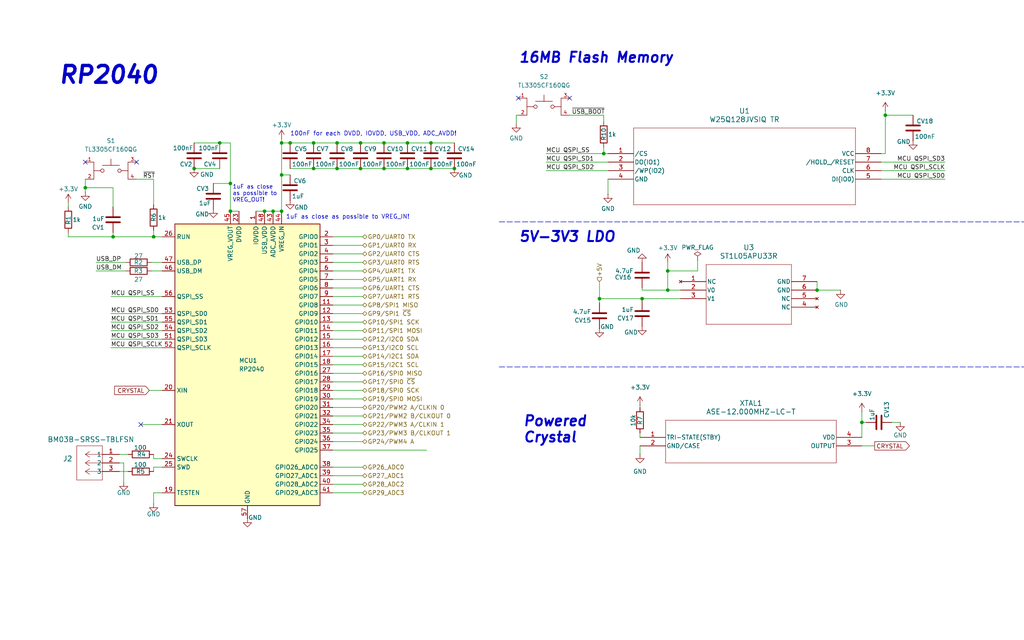
<source format=kicad_sch>
(kicad_sch (version 20231120) (generator "eeschema") (generator_version "8.0")
  (paper "User" 304.8 190.5)
  (title_block (title "RP2040 Power Design") (company "Porto Space Team") (comment 1 "Miguel Amorim"))
  (lib_symbols
    (symbol "16MB_Flash:W25Q128JVSIQ_TR" (pin_names (offset 0.254))
      (property "Reference" "U" (at 40.64 12.7 0))
      (property "Value" "W25Q128JVSIQ TR" (at 40.64 10.16 0))
      (symbol "W25Q128JVSIQ_TR_0_1"
        (polyline (pts (xy 7.62 -15.24) (xy 73.66 -15.24)) (stroke (width 0.127)))
        (polyline (pts (xy 7.62 7.62) (xy 7.62 -15.24)) (stroke (width 0.127)))
        (polyline (pts (xy 73.66 -15.24) (xy 73.66 7.62)) (stroke (width 0.127)))
        (polyline (pts (xy 73.66 7.62) (xy 7.62 7.62)) (stroke (width 0.127)))
        (pin input line (at 0 0 0) (length 7.62) (name "/CS") (number "1"))
        (pin bidirectional line (at 0 -2.54 0) (length 7.62) (name "DO(IO1)") (number "2"))
        (pin bidirectional line (at 0 -5.08 0) (length 7.62) (name "/WP(IO2)") (number "3"))
        (pin passive line (at 0 -7.62 0) (length 7.62) (name "GND") (number "4"))
        (pin bidirectional line (at 81.28 -7.62 180) (length 7.62) (name "DI(IO0)") (number "5"))
        (pin input line (at 81.28 -5.08 180) (length 7.62) (name "CLK") (number "6"))
        (pin bidirectional line (at 81.28 -2.54 180) (length 7.62) (name "/HOLD_/RESET") (number "7"))
        (pin passive line (at 81.28 0 180) (length 7.62) (name "VCC") (number "8"))
      )
    )
    (symbol "AS12MHz:ASE-12.000MHZ-LC-T" (pin_names (offset 0.254))
      (property "Reference" "XTAL" (at 33.02 10.16 0))
      (property "Value" "ASE-12.000MHZ-LC-T" (at 33.02 7.62 0))
      (symbol "ASE-12.000MHZ-LC-T_0_1"
        (polyline (pts (xy 7.62 -7.62) (xy 58.42 -7.62)) (stroke (width 0.127)))
        (polyline (pts (xy 7.62 5.08) (xy 7.62 -7.62)) (stroke (width 0.127)))
        (polyline (pts (xy 58.42 -7.62) (xy 58.42 5.08)) (stroke (width 0.127)))
        (polyline (pts (xy 58.42 5.08) (xy 7.62 5.08)) (stroke (width 0.127)))
        (pin passive line (at 0 0 0) (length 7.62) (name "TRI-STATE(STBY)") (number "1"))
        (pin passive line (at 0 -2.54 0) (length 7.62) (name "GND/CASE") (number "2"))
        (pin output line (at 66.04 -2.54 180) (length 7.62) (name "OUTPUT") (number "3"))
        (pin power_in line (at 66.04 0 180) (length 7.62) (name "VDD") (number "4"))
      )
    )
    (symbol "Device:C" (pin_numbers hide) (pin_names (offset 0.254))
      (property "Reference" "C" (at 0.635 2.54 0))
      (property "Value" "C" (at 0.635 -2.54 0))
      (symbol "C_0_1"
        (polyline (pts (xy -2.032 -0.762) (xy 2.032 -0.762)) (stroke (width 0.508)))
        (polyline (pts (xy -2.032 0.762) (xy 2.032 0.762)) (stroke (width 0.508)))
      )
      (symbol "C_1_1"
        (pin passive line (at 0 3.81 270) (length 2.794) (name "~") (number "1"))
        (pin passive line (at 0 -3.81 90) (length 2.794) (name "~") (number "2"))
      )
    )
    (symbol "Device:R" (pin_numbers hide) (pin_names (offset 0))
      (property "Reference" "R" (at 2.032 0 90))
      (property "Value" "R" (at 0 0 90))
      (symbol "R_0_1"
        (rectangle (start -1.016 -2.54) (end 1.016 2.54) (stroke (width 0.254)))
      )
      (symbol "R_1_1"
        (pin passive line (at 0 3.81 270) (length 1.27) (name "~") (number "1"))
        (pin passive line (at 0 -3.81 90) (length 1.27) (name "~") (number "2"))
      )
    )
    (symbol "LDO_ST1L05A:ST1L05APU33R" (pin_names (offset 0.254))
      (property "Reference" "U" (at 20.32 10.16 0))
      (property "Value" "ST1L05APU33R" (at 20.32 7.62 0))
      (symbol "ST1L05APU33R_0_1"
        (polyline (pts (xy 7.62 -12.7) (xy 33.02 -12.7)) (stroke (width 0.127)))
        (polyline (pts (xy 7.62 5.08) (xy 7.62 -12.7)) (stroke (width 0.127)))
        (polyline (pts (xy 33.02 -12.7) (xy 33.02 5.08)) (stroke (width 0.127)))
        (polyline (pts (xy 33.02 5.08) (xy 7.62 5.08)) (stroke (width 0.127)))
        (pin no_connect line (at 0 0 0) (length 7.62) (name "NC") (number "1"))
        (pin passive line (at 0 -2.54 0) (length 7.62) (name "V0") (number "2"))
        (pin passive line (at 0 -5.08 0) (length 7.62) (name "V1") (number "3"))
        (pin no_connect line (at 40.64 -7.62 180) (length 7.62) (name "NC") (number "4"))
        (pin no_connect line (at 40.64 -5.08 180) (length 7.62) (name "NC") (number "5"))
        (pin passive line (at 40.64 -2.54 180) (length 7.62) (name "GND") (number "6"))
        (pin passive line (at 40.64 0 180) (length 7.62) (name "GND") (number "7"))
      )
    )
    (symbol "MCU_RaspberryPi:RP2040"
      (property "Reference" "U" (at 17.78 45.72 0))
      (property "Value" "RP2040" (at 17.78 43.18 0))
      (symbol "RP2040_0_1"
        (rectangle (start -21.59 41.91) (end 21.59 -41.91) (stroke (width 0.254)) (fill (type background)))
      )
      (symbol "RP2040_1_1"
        (pin power_in line (at 2.54 45.72 270) (length 3.81) (name "IOVDD") (number "1"))
        (pin passive line (at 2.54 45.72 270) (length 3.81) hide (name "IOVDD") (number "10"))
        (pin bidirectional line (at 25.4 17.78 180) (length 3.81) (name "GPIO8") (number "11"))
        (pin bidirectional line (at 25.4 15.24 180) (length 3.81) (name "GPIO9") (number "12"))
        (pin bidirectional line (at 25.4 12.7 180) (length 3.81) (name "GPIO10") (number "13"))
        (pin bidirectional line (at 25.4 10.16 180) (length 3.81) (name "GPIO11") (number "14"))
        (pin bidirectional line (at 25.4 7.62 180) (length 3.81) (name "GPIO12") (number "15"))
        (pin bidirectional line (at 25.4 5.08 180) (length 3.81) (name "GPIO13") (number "16"))
        (pin bidirectional line (at 25.4 2.54 180) (length 3.81) (name "GPIO14") (number "17"))
        (pin bidirectional line (at 25.4 0 180) (length 3.81) (name "GPIO15") (number "18"))
        (pin input line (at -25.4 -38.1 0) (length 3.81) (name "TESTEN") (number "19"))
        (pin bidirectional line (at 25.4 38.1 180) (length 3.81) (name "GPIO0") (number "2"))
        (pin input line (at -25.4 -7.62 0) (length 3.81) (name "XIN") (number "20"))
        (pin passive line (at -25.4 -17.78 0) (length 3.81) (name "XOUT") (number "21"))
        (pin passive line (at 2.54 45.72 270) (length 3.81) hide (name "IOVDD") (number "22"))
        (pin power_in line (at -2.54 45.72 270) (length 3.81) (name "DVDD") (number "23"))
        (pin input line (at -25.4 -27.94 0) (length 3.81) (name "SWCLK") (number "24"))
        (pin bidirectional line (at -25.4 -30.48 0) (length 3.81) (name "SWD") (number "25"))
        (pin input line (at -25.4 38.1 0) (length 3.81) (name "RUN") (number "26"))
        (pin bidirectional line (at 25.4 -2.54 180) (length 3.81) (name "GPIO16") (number "27"))
        (pin bidirectional line (at 25.4 -5.08 180) (length 3.81) (name "GPIO17") (number "28"))
        (pin bidirectional line (at 25.4 -7.62 180) (length 3.81) (name "GPIO18") (number "29"))
        (pin bidirectional line (at 25.4 35.56 180) (length 3.81) (name "GPIO1") (number "3"))
        (pin bidirectional line (at 25.4 -10.16 180) (length 3.81) (name "GPIO19") (number "30"))
        (pin bidirectional line (at 25.4 -12.7 180) (length 3.81) (name "GPIO20") (number "31"))
        (pin bidirectional line (at 25.4 -15.24 180) (length 3.81) (name "GPIO21") (number "32"))
        (pin passive line (at 2.54 45.72 270) (length 3.81) hide (name "IOVDD") (number "33"))
        (pin bidirectional line (at 25.4 -17.78 180) (length 3.81) (name "GPIO22") (number "34"))
        (pin bidirectional line (at 25.4 -20.32 180) (length 3.81) (name "GPIO23") (number "35"))
        (pin bidirectional line (at 25.4 -22.86 180) (length 3.81) (name "GPIO24") (number "36"))
        (pin bidirectional line (at 25.4 -25.4 180) (length 3.81) (name "GPIO25") (number "37"))
        (pin bidirectional line (at 25.4 -30.48 180) (length 3.81) (name "GPIO26_ADC0") (number "38"))
        (pin bidirectional line (at 25.4 -33.02 180) (length 3.81) (name "GPIO27_ADC1") (number "39"))
        (pin bidirectional line (at 25.4 33.02 180) (length 3.81) (name "GPIO2") (number "4"))
        (pin bidirectional line (at 25.4 -35.56 180) (length 3.81) (name "GPIO28_ADC2") (number "40"))
        (pin bidirectional line (at 25.4 -38.1 180) (length 3.81) (name "GPIO29_ADC3") (number "41"))
        (pin passive line (at 2.54 45.72 270) (length 3.81) hide (name "IOVDD") (number "42"))
        (pin power_in line (at 7.62 45.72 270) (length 3.81) (name "ADC_AVDD") (number "43"))
        (pin power_in line (at 10.16 45.72 270) (length 3.81) (name "VREG_IN") (number "44"))
        (pin power_out line (at -5.08 45.72 270) (length 3.81) (name "VREG_VOUT") (number "45"))
        (pin bidirectional line (at -25.4 27.94 0) (length 3.81) (name "USB_DM") (number "46"))
        (pin bidirectional line (at -25.4 30.48 0) (length 3.81) (name "USB_DP") (number "47"))
        (pin power_in line (at 5.08 45.72 270) (length 3.81) (name "USB_VDD") (number "48"))
        (pin passive line (at 2.54 45.72 270) (length 3.81) hide (name "IOVDD") (number "49"))
        (pin bidirectional line (at 25.4 30.48 180) (length 3.81) (name "GPIO3") (number "5"))
        (pin passive line (at -2.54 45.72 270) (length 3.81) hide (name "DVDD") (number "50"))
        (pin bidirectional line (at -25.4 7.62 0) (length 3.81) (name "QSPI_SD3") (number "51"))
        (pin output line (at -25.4 5.08 0) (length 3.81) (name "QSPI_SCLK") (number "52"))
        (pin bidirectional line (at -25.4 15.24 0) (length 3.81) (name "QSPI_SD0") (number "53"))
        (pin bidirectional line (at -25.4 10.16 0) (length 3.81) (name "QSPI_SD2") (number "54"))
        (pin bidirectional line (at -25.4 12.7 0) (length 3.81) (name "QSPI_SD1") (number "55"))
        (pin bidirectional line (at -25.4 20.32 0) (length 3.81) (name "QSPI_SS") (number "56"))
        (pin power_in line (at 0 -45.72 90) (length 3.81) (name "GND") (number "57"))
        (pin bidirectional line (at 25.4 27.94 180) (length 3.81) (name "GPIO4") (number "6"))
        (pin bidirectional line (at 25.4 25.4 180) (length 3.81) (name "GPIO5") (number "7"))
        (pin bidirectional line (at 25.4 22.86 180) (length 3.81) (name "GPIO6") (number "8"))
        (pin bidirectional line (at 25.4 20.32 180) (length 3.81) (name "GPIO7") (number "9"))
      )
    )
    (symbol "SWD_Con:BM03B-SRSS-TBLFSN" (pin_names (offset 0.254))
      (property "Reference" "J" (at 8.89 6.35 0))
      (property "Value" "BM03B-SRSS-TBLFSN" (at 0 0 0))
      (symbol "BM03B-SRSS-TBLFSN_1_1"
        (polyline (pts (xy 5.08 -7.62) (xy 12.7 -7.62)) (stroke (width 0.127)))
        (polyline (pts (xy 5.08 2.54) (xy 5.08 -7.62)) (stroke (width 0.127)))
        (polyline (pts (xy 10.16 -5.08) (xy 5.08 -5.08)) (stroke (width 0.127)))
        (polyline (pts (xy 10.16 -5.08) (xy 8.89 -5.9267)) (stroke (width 0.127)))
        (polyline (pts (xy 10.16 -5.08) (xy 8.89 -4.2333)) (stroke (width 0.127)))
        (polyline (pts (xy 10.16 -2.54) (xy 5.08 -2.54)) (stroke (width 0.127)))
        (polyline (pts (xy 10.16 -2.54) (xy 8.89 -3.3867)) (stroke (width 0.127)))
        (polyline (pts (xy 10.16 -2.54) (xy 8.89 -1.6933)) (stroke (width 0.127)))
        (polyline (pts (xy 10.16 0) (xy 5.08 0)) (stroke (width 0.127)))
        (polyline (pts (xy 10.16 0) (xy 8.89 -0.8467)) (stroke (width 0.127)))
        (polyline (pts (xy 10.16 0) (xy 8.89 0.8467)) (stroke (width 0.127)))
        (polyline (pts (xy 12.7 -7.62) (xy 12.7 2.54)) (stroke (width 0.127)))
        (polyline (pts (xy 12.7 2.54) (xy 5.08 2.54)) (stroke (width 0.127)))
        (pin passive line (at 0 0 0) (length 5.08) (name "1") (number "1"))
        (pin passive line (at 0 -2.54 0) (length 5.08) (name "2") (number "2"))
        (pin passive line (at 0 -5.08 0) (length 5.08) (name "3") (number "3"))
      )
      (symbol "BM03B-SRSS-TBLFSN_1_2"
        (polyline (pts (xy 5.08 -7.62) (xy 12.7 -7.62)) (stroke (width 0.127)))
        (polyline (pts (xy 5.08 2.54) (xy 5.08 -7.62)) (stroke (width 0.127)))
        (polyline (pts (xy 7.62 -5.08) (xy 5.08 -5.08)) (stroke (width 0.127)))
        (polyline (pts (xy 7.62 -5.08) (xy 8.89 -5.9267)) (stroke (width 0.127)))
        (polyline (pts (xy 7.62 -5.08) (xy 8.89 -4.2333)) (stroke (width 0.127)))
        (polyline (pts (xy 7.62 -2.54) (xy 5.08 -2.54)) (stroke (width 0.127)))
        (polyline (pts (xy 7.62 -2.54) (xy 8.89 -3.3867)) (stroke (width 0.127)))
        (polyline (pts (xy 7.62 -2.54) (xy 8.89 -1.6933)) (stroke (width 0.127)))
        (polyline (pts (xy 7.62 0) (xy 5.08 0)) (stroke (width 0.127)))
        (polyline (pts (xy 7.62 0) (xy 8.89 -0.8467)) (stroke (width 0.127)))
        (polyline (pts (xy 7.62 0) (xy 8.89 0.8467)) (stroke (width 0.127)))
        (polyline (pts (xy 12.7 -7.62) (xy 12.7 2.54)) (stroke (width 0.127)))
        (polyline (pts (xy 12.7 2.54) (xy 5.08 2.54)) (stroke (width 0.127)))
        (pin passive line (at 0 0 0) (length 5.08) (name "1") (number "1"))
        (pin passive line (at 0 -2.54 0) (length 5.08) (name "2") (number "2"))
        (pin passive line (at 0 -5.08 0) (length 5.08) (name "3") (number "3"))
      )
    )
    (symbol "TL3305CF160QG:TL3305CF160QG" (pin_names (offset 1.016))
      (property "Reference" "S" (at -5.08 5.08 0))
      (property "Value" "TL3305CF160QG" (at -5.08 -5.08 0))
      (symbol "TL3305CF160QG_0_0"
        (circle (center -2.54 0) (radius 0.508) (stroke (width 0.1524)))
        (polyline (pts (xy -5.08 0) (xy -3.048 0)) (stroke (width 0.1524)))
        (polyline (pts (xy -5.08 2.54) (xy -5.08 -2.54)) (stroke (width 0.1524)))
        (polyline (pts (xy -2.54 1.5875) (xy 0 1.5875)) (stroke (width 0.1524)))
        (polyline (pts (xy 0 1.5875) (xy 0 3.4925)) (stroke (width 0.1524)))
        (polyline (pts (xy 0 1.5875) (xy 2.54 1.5875)) (stroke (width 0.1524)))
        (polyline (pts (xy 5.08 0) (xy 3.048 0)) (stroke (width 0.1524)))
        (polyline (pts (xy 5.08 2.54) (xy 5.08 -2.54)) (stroke (width 0.1524)))
        (circle (center 2.54 0) (radius 0.508) (stroke (width 0.1524)))
        (pin passive line (at -7.62 2.54 0) (length 2.54) (name "~") (number "1"))
        (pin passive line (at -7.62 -2.54 0) (length 2.54) (name "~") (number "2"))
        (pin passive line (at 7.62 2.54 180) (length 2.54) (name "~") (number "3"))
        (pin passive line (at 7.62 -2.54 180) (length 2.54) (name "~") (number "4"))
      )
    )
    (symbol "power:+3.3V" (power) (pin_numbers hide) (pin_names (offset 0) hide)
      (property "Value" "+3.3V" (at 0 3.556 0))
      (symbol "+3.3V_0_1"
        (polyline (pts (xy -0.762 1.27) (xy 0 2.54)))
        (polyline (pts (xy 0 0) (xy 0 2.54)))
        (polyline (pts (xy 0 2.54) (xy 0.762 1.27)))
      )
      (symbol "+3.3V_1_1"
        (pin power_in line (at 0 0 90) (length 0) (name "~") (number "1"))
      )
    )
    (symbol "power:GND" (power) (pin_numbers hide) (pin_names (offset 0) hide)
      (property "Value" "GND" (at 0 -3.81 0))
      (symbol "GND_0_1"
        (polyline (pts (xy 0 0) (xy 0 -1.27) (xy 1.27 -1.27) (xy 0 -2.54) (xy -1.27 -1.27) (xy 0 -1.27)))
      )
      (symbol "GND_1_1"
        (pin power_in line (at 0 0 270) (length 0) (name "~") (number "1"))
      )
    )
    (symbol "power:PWR_FLAG" (power) (pin_numbers hide) (pin_names (offset 0) hide)
      (property "Value" "PWR_FLAG" (at 0 3.81 0))
      (symbol "PWR_FLAG_0_0"
        (pin power_out line (at 0 0 90) (length 0) (name "~") (number "1"))
      )
      (symbol "PWR_FLAG_0_1"
        (polyline (pts (xy 0 0) (xy 0 1.27) (xy -1.016 1.905) (xy 0 2.54) (xy 1.016 1.905) (xy 0 1.27)))
      )
    )
  )
  (junction (at 45.72 70.485))
  (junction (at 191.135 88.9))
  (junction (at 178.435 88.9))
  (junction (at 93.345 50.165))
  (junction (at 25.4 55.88))
  (junction (at 100.33 50.165))
  (junction (at 33.655 70.485))
  (junction (at 107.315 42.545))
  (junction (at 114.3 50.165))
  (junction (at 107.315 50.165))
  (junction (at 83.82 62.865))
  (junction (at 81.28 62.865))
  (junction (at 83.82 52.07))
  (junction (at 86.36 42.545))
  (junction (at 100.33 42.545))
  (junction (at 256.54 125.73))
  (junction (at 114.3 42.545))
  (junction (at 68.58 54.61))
  (junction (at 179.705 45.72))
  (junction (at 243.205 86.36))
  (junction (at 128.27 50.165))
  (junction (at 263.525 34.29))
  (junction (at 135.255 50.165))
  (junction (at 83.82 42.545))
  (junction (at 57.785 50.165))
  (junction (at 78.74 62.865))
  (junction (at 68.58 62.865))
  (junction (at 121.285 50.165))
  (junction (at 128.27 42.545))
  (junction (at 65.405 42.545))
  (junction (at 93.345 42.545))
  (junction (at 198.755 86.36))
  (junction (at 121.285 42.545))
  (junction (at 198.755 80.645))
  (no_connect (at 40.64 48.26))
  (no_connect (at 169.545 29.21))
  (no_connect (at 154.305 29.21))
  (no_connect (at 25.4 48.26))
  (no_connect (at 41.91 126.365))
  (wire (pts (xy 262.255 48.26) (xy 281.305 48.26)))
  (wire (pts (xy 107.315 50.165) (xy 114.3 50.165)))
  (wire (pts (xy 28.575 78.105) (xy 37.465 78.105)))
  (wire (pts (xy 99.06 113.665) (xy 107.95 113.665)))
  (wire (pts (xy 33.655 55.88) (xy 25.4 55.88)))
  (wire (pts (xy 68.58 62.865) (xy 71.12 62.865)))
  (wire (pts (xy 99.06 98.425) (xy 107.95 98.425)))
  (wire (pts (xy 45.085 80.645) (xy 48.26 80.645)))
  (wire (pts (xy 179.705 43.815) (xy 179.705 45.72)))
  (wire (pts (xy 25.4 53.34) (xy 25.4 55.88)))
  (wire (pts (xy 178.435 88.9) (xy 178.435 90.17)))
  (wire (pts (xy 179.705 45.72) (xy 180.975 45.72)))
  (wire (pts (xy 20.32 60.325) (xy 20.32 61.595)))
  (wire (pts (xy 99.06 111.125) (xy 107.95 111.125)))
  (wire (pts (xy 207.645 80.645) (xy 207.645 77.47)))
  (wire (pts (xy 99.06 95.885) (xy 107.95 95.885)))
  (wire (pts (xy 83.82 52.07) (xy 86.36 52.07)))
  (wire (pts (xy 36.83 137.795) (xy 36.83 143.51)))
  (wire (pts (xy 99.06 116.205) (xy 107.95 116.205)))
  (wire (pts (xy 99.06 121.285) (xy 107.95 121.285)))
  (wire (pts (xy 35.56 140.335) (xy 38.1 140.335)))
  (wire (pts (xy 99.06 90.805) (xy 107.95 90.805)))
  (wire (pts (xy 99.06 133.985) (xy 127 133.985)))
  (wire (pts (xy 263.525 45.72) (xy 263.525 34.29)))
  (polyline (pts (xy 148.59 109.22) (xy 331.47 109.22)) (stroke (width 0) (type dash)))
  (wire (pts (xy 180.975 48.26) (xy 162.56 48.26)))
  (wire (pts (xy 86.36 42.545) (xy 83.82 42.545)))
  (wire (pts (xy 190.5 120.65) (xy 190.5 121.285)))
  (wire (pts (xy 179.705 36.195) (xy 179.705 34.29)))
  (wire (pts (xy 93.345 50.165) (xy 100.33 50.165)))
  (wire (pts (xy 243.205 83.82) (xy 243.205 86.36)))
  (wire (pts (xy 99.06 70.485) (xy 107.95 70.485)))
  (wire (pts (xy 191.135 86.36) (xy 198.755 86.36)))
  (wire (pts (xy 262.255 50.8) (xy 281.305 50.8)))
  (wire (pts (xy 198.755 78.105) (xy 198.755 80.645)))
  (wire (pts (xy 191.135 88.9) (xy 202.565 88.9)))
  (wire (pts (xy 191.135 89.535) (xy 191.135 88.9)))
  (wire (pts (xy 86.36 50.165) (xy 93.345 50.165)))
  (wire (pts (xy 99.06 78.105) (xy 107.95 78.105)))
  (wire (pts (xy 262.255 53.34) (xy 281.305 53.34)))
  (wire (pts (xy 20.32 70.485) (xy 20.32 69.215)))
  (wire (pts (xy 107.315 42.545) (xy 100.33 42.545)))
  (wire (pts (xy 78.74 62.865) (xy 81.28 62.865)))
  (wire (pts (xy 99.06 108.585) (xy 107.95 108.585)))
  (wire (pts (xy 256.54 132.715) (xy 260.35 132.715)))
  (wire (pts (xy 256.54 125.73) (xy 257.81 125.73)))
  (wire (pts (xy 99.06 83.185) (xy 107.95 83.185)))
  (wire (pts (xy 121.285 42.545) (xy 114.3 42.545)))
  (wire (pts (xy 99.06 141.605) (xy 107.95 141.605)))
  (wire (pts (xy 190.5 132.715) (xy 190.5 135.255)))
  (wire (pts (xy 99.06 75.565) (xy 107.95 75.565)))
  (wire (pts (xy 99.06 106.045) (xy 107.95 106.045)))
  (wire (pts (xy 265.43 125.73) (xy 267.97 125.73)))
  (wire (pts (xy 57.785 42.545) (xy 65.405 42.545)))
  (wire (pts (xy 99.06 131.445) (xy 107.95 131.445)))
  (wire (pts (xy 33.02 98.425) (xy 48.26 98.425)))
  (wire (pts (xy 40.64 53.34) (xy 45.72 53.34)))
  (wire (pts (xy 83.82 52.07) (xy 83.82 62.865)))
  (wire (pts (xy 76.2 62.865) (xy 78.74 62.865)))
  (wire (pts (xy 57.785 50.165) (xy 65.405 50.165)))
  (wire (pts (xy 100.33 50.165) (xy 107.315 50.165)))
  (wire (pts (xy 243.205 86.36) (xy 250.19 86.36)))
  (wire (pts (xy 114.3 42.545) (xy 107.315 42.545)))
  (wire (pts (xy 99.06 126.365) (xy 107.95 126.365)))
  (wire (pts (xy 45.72 70.485) (xy 48.26 70.485)))
  (wire (pts (xy 256.54 125.73) (xy 256.54 130.175)))
  (wire (pts (xy 25.4 55.88) (xy 25.4 57.15)))
  (wire (pts (xy 162.56 45.72) (xy 179.705 45.72)))
  (wire (pts (xy 256.54 122.555) (xy 256.54 125.73)))
  (wire (pts (xy 33.655 70.485) (xy 45.72 70.485)))
  (wire (pts (xy 45.72 149.86) (xy 45.72 146.685)))
  (wire (pts (xy 198.755 80.645) (xy 198.755 86.36)))
  (wire (pts (xy 35.56 135.255) (xy 38.1 135.255)))
  (wire (pts (xy 99.06 144.145) (xy 107.95 144.145)))
  (wire (pts (xy 83.82 42.545) (xy 83.82 52.07)))
  (wire (pts (xy 99.06 123.825) (xy 107.95 123.825)))
  (wire (pts (xy 99.06 73.025) (xy 107.95 73.025)))
  (wire (pts (xy 128.27 50.165) (xy 135.255 50.165)))
  (wire (pts (xy 99.06 146.685) (xy 107.95 146.685)))
  (polyline (pts (xy 331.47 12.7) (xy 331.47 78.105)) (stroke (width 0) (type solid)))
  (wire (pts (xy 198.755 80.645) (xy 207.645 80.645)))
  (wire (pts (xy 99.06 118.745) (xy 107.95 118.745)))
  (wire (pts (xy 83.82 41.275) (xy 83.82 42.545)))
  (wire (pts (xy 45.72 68.58) (xy 45.72 70.485)))
  (wire (pts (xy 128.27 42.545) (xy 121.285 42.545)))
  (wire (pts (xy 180.975 50.8) (xy 162.56 50.8)))
  (wire (pts (xy 198.755 86.36) (xy 202.565 86.36)))
  (wire (pts (xy 99.06 139.065) (xy 107.95 139.065)))
  (wire (pts (xy 99.06 93.345) (xy 107.95 93.345)))
  (wire (pts (xy 190.5 128.905) (xy 190.5 130.175)))
  (wire (pts (xy 263.525 34.29) (xy 263.525 33.02)))
  (wire (pts (xy 178.435 88.9) (xy 191.135 88.9)))
  (wire (pts (xy 33.02 88.265) (xy 48.26 88.265)))
  (wire (pts (xy 263.525 34.29) (xy 271.78 34.29)))
  (wire (pts (xy 154.305 34.29) (xy 153.67 34.29)))
  (wire (pts (xy 45.72 146.685) (xy 48.26 146.685)))
  (wire (pts (xy 262.255 45.72) (xy 263.525 45.72)))
  (wire (pts (xy 128.27 42.545) (xy 135.255 42.545)))
  (wire (pts (xy 45.72 136.525) (xy 45.72 135.255)))
  (wire (pts (xy 100.33 42.545) (xy 93.345 42.545)))
  (wire (pts (xy 68.58 54.61) (xy 68.58 62.865)))
  (polyline (pts (xy 148.59 66.04) (xy 331.47 66.04)) (stroke (width 0) (type dash)))
  (wire (pts (xy 33.02 103.505) (xy 48.26 103.505)))
  (wire (pts (xy 33.02 95.885) (xy 48.26 95.885)))
  (wire (pts (xy 121.285 50.165) (xy 128.27 50.165)))
  (wire (pts (xy 33.655 55.88) (xy 33.655 61.595)))
  (wire (pts (xy 99.06 103.505) (xy 107.95 103.505)))
  (wire (pts (xy 63.5 54.61) (xy 68.58 54.61)))
  (wire (pts (xy 33.02 93.345) (xy 48.26 93.345)))
  (wire (pts (xy 68.58 54.61) (xy 68.58 42.545)))
  (wire (pts (xy 35.56 137.795) (xy 36.83 137.795)))
  (wire (pts (xy 68.58 42.545) (xy 65.405 42.545)))
  (wire (pts (xy 44.45 116.205) (xy 48.26 116.205)))
  (wire (pts (xy 33.655 70.485) (xy 33.655 69.215)))
  (wire (pts (xy 180.975 53.34) (xy 180.975 57.785)))
  (wire (pts (xy 45.085 78.105) (xy 48.26 78.105)))
  (wire (pts (xy 153.67 34.29) (xy 153.67 36.83)))
  (wire (pts (xy 33.02 100.965) (xy 48.26 100.965)))
  (wire (pts (xy 93.345 42.545) (xy 86.36 42.545)))
  (wire (pts (xy 114.3 50.165) (xy 121.285 50.165)))
  (wire (pts (xy 99.06 100.965) (xy 107.95 100.965)))
  (wire (pts (xy 99.06 128.905) (xy 107.95 128.905)))
  (wire (pts (xy 45.72 139.065) (xy 48.26 139.065)))
  (wire (pts (xy 28.575 80.645) (xy 37.465 80.645)))
  (wire (pts (xy 45.72 53.34) (xy 45.72 60.96)))
  (wire (pts (xy 99.06 88.265) (xy 107.95 88.265)))
  (wire (pts (xy 45.72 136.525) (xy 48.26 136.525)))
  (wire (pts (xy 99.06 80.645) (xy 107.95 80.645)))
  (wire (pts (xy 41.91 126.365) (xy 48.26 126.365)))
  (wire (pts (xy 191.135 85.725) (xy 191.135 86.36)))
  (wire (pts (xy 99.06 85.725) (xy 107.95 85.725)))
  (wire (pts (xy 45.72 140.335) (xy 45.72 139.065)))
  (wire (pts (xy 81.28 62.865) (xy 83.82 62.865)))
  (wire (pts (xy 178.435 83.82) (xy 178.435 88.9)))
  (wire (pts (xy 33.655 70.485) (xy 20.32 70.485)))
  (wire (pts (xy 179.705 34.29) (xy 169.545 34.29)))
  (text "1uF as close \nas possible to \nVREG_OUT!" (at 69.215 60.325 0) (effects (font (size 1.2 1.2)) (justify left bottom)))
  (text "16MB Flash Memory" (at 154.305 19.05 0) (effects (font (size 3 3) (bold yes) (italic yes)) (justify left bottom)))
  (text "Powered\nCrystal" (at 155.575 132.08 0) (effects (font (size 3 3) (bold yes) (italic yes)) (justify left bottom)))
  (text "5V-3V3 LDO" (at 154.305 72.39 0) (effects (font (size 3 3) (bold yes) (italic yes)) (justify left bottom)))
  (text "RP2040" (at 17.145 25.4 0) (effects (font (size 5 5) (thickness 1) (bold yes) (italic yes)) (justify left bottom)))
  (text "100nF for each DVDD, IOVDD, USB_VDD, ADC_AVDD!" (at 86.36 40.64 0) (effects (font (size 1.27 1.27)) (justify left bottom)))
  (text "1uF as close as possible to VREG_IN!" (at 85.09 65.405 0) (effects (font (size 1.27 1.27)) (justify left bottom)))
  (label "MCU QSPI_SS" (at 162.56 45.72 0))
  (label "MCU QSPI_SD1" (at 33.02 95.885 0))
  (label "MCU QSPI_SD3" (at 33.02 100.965 0))
  (label "MCU QSPI_SD3" (at 281.305 48.26 180))
  (label "~{USB_BOOT}" (at 170.18 34.29 0))
  (label "MCU QSPI_SD2" (at 162.56 50.8 0))
  (label "USB_DM" (at 28.575 80.645 0))
  (label "USB_DP" (at 28.575 78.105 0))
  (label "MCU QSPI_SD0" (at 281.305 53.34 180))
  (label "MCU QSPI_SD0" (at 33.02 93.345 0))
  (label "MCU QSPI_SCLK" (at 281.305 50.8 180))
  (label "MCU QSPI_SD1" (at 162.56 48.26 0))
  (label "MCU QSPI_SS" (at 33.02 88.265 0))
  (label "MCU QSPI_SD2" (at 33.02 98.425 0))
  (label "MCU QSPI_SCLK" (at 33.02 103.505 0))
  (label "~{RST}" (at 42.545 53.34 0))
  (global_label "CRYSTAL" (shape input) (at 44.45 116.205 180) (property "Intersheetrefs" "${INTERSHEET_REFS}" (effects (hide yes))))
  (global_label "CRYSTAL" (shape output) (at 260.35 132.715 0) (property "Intersheetrefs" "${INTERSHEET_REFS}" (effects (hide yes))))
  (hierarchical_label "GP14{slash}I2C1 SDA" (shape bidirectional) (at 107.95 106.045 0))
  (hierarchical_label "GP23{slash}PWM3 B{slash}CLKOUT 1" (shape bidirectional) (at 107.95 128.905 0))
  (hierarchical_label "GP0{slash}UART0 TX" (shape bidirectional) (at 107.95 70.485 0))
  (hierarchical_label "GP10{slash}SPI1 SCK" (shape bidirectional) (at 107.95 95.885 0))
  (hierarchical_label "GP8{slash}SPI1 MISO" (shape bidirectional) (at 107.95 90.805 0))
  (hierarchical_label "+5V" (shape input) (at 178.435 83.82 90))
  (hierarchical_label "GP2{slash}UART0 CTS" (shape bidirectional) (at 107.95 75.565 0))
  (hierarchical_label "GP17{slash}SPI0 ~{CS}" (shape bidirectional) (at 107.95 113.665 0))
  (hierarchical_label "GP26_ADC0" (shape bidirectional) (at 107.95 139.065 0))
  (hierarchical_label "GP6{slash}UART1 CTS" (shape bidirectional) (at 107.95 85.725 0))
  (hierarchical_label "GP18{slash}SPI0 SCK" (shape bidirectional) (at 107.95 116.205 0))
  (hierarchical_label "GP12{slash}I2C0 SDA" (shape bidirectional) (at 107.95 100.965 0))
  (hierarchical_label "GP1{slash}UART0 RX" (shape bidirectional) (at 107.95 73.025 0))
  (hierarchical_label "GP15{slash}I2C1 SCL" (shape bidirectional) (at 107.95 108.585 0))
  (hierarchical_label "GP13{slash}I2C0 SCL" (shape bidirectional) (at 107.95 103.505 0))
  (hierarchical_label "GP7{slash}UART1 RTS" (shape bidirectional) (at 107.95 88.265 0))
  (hierarchical_label "GP19{slash}SPI0 MOSI" (shape bidirectional) (at 107.95 118.745 0))
  (hierarchical_label "GP28_ADC2" (shape bidirectional) (at 107.95 144.145 0))
  (hierarchical_label "GP27_ADC1" (shape bidirectional) (at 107.95 141.605 0))
  (hierarchical_label "GP9{slash}SPI1 ~{CS}" (shape bidirectional) (at 107.95 93.345 0))
  (hierarchical_label "GP24{slash}PWM4 A" (shape bidirectional) (at 107.95 131.445 0))
  (hierarchical_label "GP22{slash}PWM3 A{slash}CLKIN 1" (shape bidirectional) (at 107.95 126.365 0))
  (hierarchical_label "GP20{slash}PWM2 A{slash}CLKIN 0" (shape bidirectional) (at 107.95 121.285 0))
  (hierarchical_label "GP11{slash}SPI1 MOSI" (shape bidirectional) (at 107.95 98.425 0))
  (hierarchical_label "GP16{slash}SPI0 MISO" (shape bidirectional) (at 107.95 111.125 0))
  (hierarchical_label "GP5{slash}UART1 RX" (shape bidirectional) (at 107.95 83.185 0))
  (hierarchical_label "GP29_ADC3" (shape bidirectional) (at 107.95 146.685 0))
  (hierarchical_label "GP21{slash}PWM2 B{slash}CLKOUT 0" (shape bidirectional) (at 107.95 123.825 0))
  (hierarchical_label "GP4{slash}UART1 TX" (shape bidirectional) (at 107.95 80.645 0))
  (hierarchical_label "GP3{slash}UART0 RTS" (shape bidirectional) (at 107.95 78.105 0))
  (symbol (lib_id "Device:R") (at 41.275 78.105 90) (unit 1)
    (property "Reference" "R2" (at 42.545 78.105 90) (effects (justify left)))
    (property "Value" "27" (at 42.545 76.2 90) (effects (justify left)))
    (property "Footprint" "RES_R0603_27:RES_R0603_27" (effects (hide yes)))
    (property "Description" "Resistor" (effects (hide yes)))
  )
  (symbol (lib_id "power:GND") (at 153.67 36.83 0) (unit 1)
    (property "Reference" "#PWR018" (effects (hide yes)))
    (property "Value" "GND" (at 153.67 41.148 0))
    (property "Description" "Power symbol creates a global label with name \"GND\" , ground" (effects (hide yes)))
  )
  (symbol (lib_id "16MB_Flash:W25Q128JVSIQ_TR") (at 180.975 45.72 0) (unit 1)
    (property "Reference" "U1" (at 221.615 33.02 0) (effects (font (size 1.524 1.524))))
    (property "Value" "W25Q128JVSIQ TR" (at 221.615 35.56 0) (effects (font (size 1.524 1.524))))
    (property "Footprint" "SOIC_208MIL_WIN" (effects (hide yes)))
    (property "Datasheet" "W25Q128JVSIQ TR" (effects (hide yes)))
  )
  (symbol (lib_id "Device:R") (at 45.72 64.77 0) (unit 1)
    (property "Reference" "R6" (at 45.72 66.04 90) (effects (justify left)))
    (property "Value" "1k" (at 46.99 64.77 0) (effects (justify left)))
    (property "Footprint" "RES_0402:RES_0402" (effects (hide yes)))
    (property "Description" "Resistor" (effects (hide yes)))
  )
  (symbol (lib_id "Device:R") (at 41.91 140.335 90) (mirror x) (unit 1)
    (property "Reference" "R5" (at 43.18 140.335 90) (effects (justify left)))
    (property "Value" "100" (at 43.688 138.303 90) (effects (justify left)))
    (property "Footprint" "RES_0402:RES_0402" (effects (hide yes)))
    (property "Description" "Resistor" (effects (hide yes)))
  )
  (symbol (lib_id "Device:C") (at 128.27 46.355 0) (unit 1)
    (property "Reference" "CV12" (at 129.286 44.323 0) (effects (justify left)))
    (property "Value" "100nF" (at 128.778 48.895 0) (effects (justify left)))
    (property "Footprint" "Capacitor_0402:Capacitor_0402" (effects (hide yes)))
    (property "Description" "Unpolarized capacitor" (effects (hide yes)))
  )
  (symbol (lib_id "Device:C") (at 100.33 46.355 0) (unit 1)
    (property "Reference" "CV8" (at 101.346 44.323 0) (effects (justify left)))
    (property "Value" "100nF" (at 100.838 48.895 0) (effects (justify left)))
    (property "Footprint" "Capacitor_0402:Capacitor_0402" (effects (hide yes)))
    (property "Description" "Unpolarized capacitor" (effects (hide yes)))
  )
  (symbol (lib_id "Device:C") (at 65.405 46.355 180) (unit 1)
    (property "Reference" "CV4" (at 64.389 48.895 0) (effects (justify left)))
    (property "Value" "100nF" (at 65.151 44.069 0) (effects (justify left)))
    (property "Footprint" "Capacitor_0402:Capacitor_0402" (effects (hide yes)))
    (property "Description" "Unpolarized capacitor" (effects (hide yes)))
  )
  (symbol (lib_id "MCU_RaspberryPi:RP2040") (at 73.66 108.585 0) (unit 1)
    (property "Reference" "MCU1" (at 71.12 107.315 0) (effects (justify left)))
    (property "Value" "RP2040" (at 71.12 109.855 0) (effects (justify left)))
    (property "Footprint" "Package_DFN_QFN:QFN-56-1EP_7x7mm_P0.4mm_EP3.2x3.2mm" (effects (hide yes)))
    (property "Datasheet" "https://datasheets.raspberrypi.com/rp2040/rp2040-datasheet.pdf" (effects (hide yes)))
    (property "Description" "A microcontroller by Raspberry Pi" (effects (hide yes)))
  )
  (symbol (lib_id "Device:C") (at 93.345 46.355 0) (unit 1)
    (property "Reference" "CV7" (at 94.107 44.323 0) (effects (justify left)))
    (property "Value" "100nF" (at 93.853 48.895 0) (effects (justify left)))
    (property "Footprint" "Capacitor_0402:Capacitor_0402" (effects (hide yes)))
    (property "Description" "Unpolarized capacitor" (effects (hide yes)))
  )
  (symbol (lib_id "Device:R") (at 179.705 40.005 0) (unit 1)
    (property "Reference" "R10" (at 179.705 41.91 90) (effects (justify left)))
    (property "Value" "1k" (at 180.975 40.005 0) (effects (justify left)))
    (property "Footprint" "RES_0402:RES_0402" (effects (hide yes)))
    (property "Description" "Resistor" (effects (hide yes)))
  )
  (symbol (lib_id "Device:C") (at 261.62 125.73 90) (unit 1)
    (property "Reference" "CV13" (at 263.906 124.46 0) (effects (justify left)))
    (property "Value" "1uF" (at 259.588 125.222 0) (effects (justify left)))
    (property "Footprint" "Capacitor_0402:Capacitor_0402" (effects (hide yes)))
    (property "Description" "Unpolarized capacitor" (effects (hide yes)))
  )
  (symbol (lib_id "SWD_Con:BM03B-SRSS-TBLFSN") (at 35.56 135.255 0) (mirror y) (unit 1)
    (property "Reference" "J2" (at 21.59 136.5249 0) (effects (font (size 1.524 1.524)) (justify left)))
    (property "Value" "BM03B-SRSS-TBLFSN" (at 40.005 130.81 0) (effects (font (size 1.524 1.524)) (justify left)))
    (property "Footprint" "CONN_BM03B-SRSS-TBLFSN_JST" (effects (hide yes)))
    (property "Datasheet" "BM03B-SRSS-TBLFSN" (effects (hide yes)))
  )
  (symbol (lib_id "Device:C") (at 191.135 93.345 180) (unit 1)
    (property "Reference" "CV17" (at 188.6712 94.7166 0) (effects (justify left)))
    (property "Value" "1uF" (at 188.6712 92.1766 0) (effects (justify left)))
    (property "Footprint" "Capacitor_0402:Capacitor_0402" (effects (hide yes)))
    (property "Description" "Unpolarized capacitor" (effects (hide yes)))
  )
  (symbol (lib_id "power:+3.3V") (at 20.32 60.325 0) (unit 1)
    (property "Reference" "#PWR02" (effects (hide yes)))
    (property "Value" "+3.3V" (at 20.32 56.261 0))
    (property "Description" "Power symbol creates a global label with name \"+3.3V\"" (effects (hide yes)))
  )
  (symbol (lib_id "power:GND") (at 57.785 50.165 0) (unit 1)
    (property "Reference" "#PWR09" (effects (hide yes)))
    (property "Value" "GND" (at 61.595 51.943 0))
    (property "Description" "Power symbol creates a global label with name \"GND\" , ground" (effects (hide yes)))
  )
  (symbol (lib_id "power:GND") (at 191.135 78.105 0) (mirror x) (unit 1)
    (property "Reference" "#PWR022" (effects (hide yes)))
    (property "Value" "GND" (at 188.595 74.549 0))
    (property "Description" "Power symbol creates a global label with name \"GND\" , ground" (effects (hide yes)))
  )
  (symbol (lib_id "power:GND") (at 63.5 62.23 0) (unit 1)
    (property "Reference" "#PWR010" (effects (hide yes)))
    (property "Value" "GND" (at 60.198 63.754 0))
    (property "Description" "Power symbol creates a global label with name \"GND\" , ground" (effects (hide yes)))
  )
  (symbol (lib_id "power:GND") (at 135.255 50.165 0) (unit 1)
    (property "Reference" "#PWR017" (effects (hide yes)))
    (property "Value" "GND" (at 138.557 52.197 0))
    (property "Description" "Power symbol creates a global label with name \"GND\" , ground" (effects (hide yes)))
  )
  (symbol (lib_id "Device:C") (at 178.435 93.98 180) (unit 1)
    (property "Reference" "CV15" (at 175.9712 95.3516 0) (effects (justify left)))
    (property "Value" "4.7uF" (at 175.9712 92.8116 0) (effects (justify left)))
    (property "Footprint" "C_4uF7_0402:C_4uF7_0402" (effects (hide yes)))
    (property "Description" "Unpolarized capacitor" (effects (hide yes)))
  )
  (symbol (lib_id "power:PWR_FLAG") (at 207.645 77.47 0) (unit 1)
    (property "Reference" "#FLG03" (effects (hide yes)))
    (property "Value" "PWR_FLAG" (at 207.645 73.66 0))
    (property "Description" "Special symbol for telling ERC where power comes from" (effects (hide yes)))
  )
  (symbol (lib_id "Device:C") (at 135.255 46.355 0) (unit 1)
    (property "Reference" "CV14" (at 136.271 44.323 0) (effects (justify left)))
    (property "Value" "100nF" (at 135.763 48.895 0) (effects (justify left)))
    (property "Footprint" "Capacitor_0402:Capacitor_0402" (effects (hide yes)))
    (property "Description" "Unpolarized capacitor" (effects (hide yes)))
  )
  (symbol (lib_id "TL3305CF160QG:TL3305CF160QG") (at 161.925 31.75 0) (unit 1)
    (property "Reference" "S2" (at 161.925 22.86 0))
    (property "Value" "TL3305CF160QG" (at 161.925 25.4 0))
    (property "Footprint" "TL3305CF160QG:SW_TL3305CF160QG" (effects (hide yes)))
    (property "MF" "E-Switch" (effects (hide yes)))
    (property "MAXIMUM_PACKAGE_HEIGHT" "5 mm" (effects (hide yes)))
    (property "Package" "None" (effects (hide yes)))
    (property "Price" "None" (effects (hide yes)))
    (property "Check_prices" "https://www.snapeda.com/parts/TL3305CF160QG/E-Switch/view-part/?ref=eda" (effects (hide yes)))
    (property "STANDARD" "Manufacturer Recommendations" (effects (hide yes)))
    (property "PARTREV" "C" (effects (hide yes)))
    (property "SnapEDA_Link" "https://www.snapeda.com/parts/TL3305CF160QG/E-Switch/view-part/?ref=snap" (effects (hide yes)))
    (property "MP" "TL3305CF160QG" (effects (hide yes)))
    (property "Description_1" "\n                        \n                            SWITCH TACTILE SPST-NO 50MA 12V\n                        \n" (effects (hide yes)))
    (property "MANUFACTURER" "E-Switch" (effects (hide yes)))
    (property "Availability" "In Stock" (effects (hide yes)))
    (property "SNAPEDA_PN" "TL3305BF260QG" (effects (hide yes)))
  )
  (symbol (lib_id "power:GND") (at 180.975 57.785 0) (unit 1)
    (property "Reference" "#PWR021" (effects (hide yes)))
    (property "Value" "GND" (at 180.975 62.103 0))
    (property "Description" "Power symbol creates a global label with name \"GND\" , ground" (effects (hide yes)))
  )
  (symbol (lib_id "power:+3.3V") (at 83.82 41.275 0) (unit 1)
    (property "Reference" "#PWR012" (effects (hide yes)))
    (property "Value" "+3.3V" (at 83.82 37.211 0))
    (property "Description" "Power symbol creates a global label with name \"+3.3V\"" (effects (hide yes)))
  )
  (symbol (lib_id "power:GND") (at 25.4 57.15 0) (unit 1)
    (property "Reference" "#PWR04" (effects (hide yes)))
    (property "Value" "GND" (at 25.4 61.468 0))
    (property "Description" "Power symbol creates a global label with name \"GND\" , ground" (effects (hide yes)))
  )
  (symbol (lib_id "power:GND") (at 271.78 41.91 0) (unit 1)
    (property "Reference" "#PWR029" (effects (hide yes)))
    (property "Value" "GND" (at 268.986 42.164 0))
    (property "Description" "Power symbol creates a global label with name \"GND\" , ground" (effects (hide yes)))
  )
  (symbol (lib_id "AS12MHz:ASE-12.000MHZ-LC-T") (at 190.5 130.175 0) (unit 1)
    (property "Reference" "XTAL1" (at 223.52 120.015 0) (effects (font (size 1.524 1.524))))
    (property "Value" "ASE-12.000MHZ-LC-T" (at 223.52 122.555 0) (effects (font (size 1.524 1.524))))
    (property "Footprint" "ASE-3.2X2.5_ABR" (effects (hide yes)))
    (property "Datasheet" "ASE-12.000MHZ-LC-T" (effects (hide yes)))
  )
  (symbol (lib_id "power:GND") (at 267.97 125.73 0) (unit 1)
    (property "Reference" "#PWR016" (effects (hide yes)))
    (property "Value" "GND" (at 267.97 129.54 0))
    (property "Description" "Power symbol creates a global label with name \"GND\" , ground" (effects (hide yes)))
  )
  (symbol (lib_id "power:GND") (at 45.72 149.86 0) (unit 1)
    (property "Reference" "#PWR06" (effects (hide yes)))
    (property "Value" "GND" (at 45.72 153.035 0))
    (property "Description" "Power symbol creates a global label with name \"GND\" , ground" (effects (hide yes)))
  )
  (symbol (lib_id "Device:R") (at 41.275 80.645 90) (mirror x) (unit 1)
    (property "Reference" "R3" (at 42.545 80.645 90) (effects (justify left)))
    (property "Value" "27" (at 42.545 83.185 90) (effects (justify left)))
    (property "Footprint" "RES_R0603_27:RES_R0603_27" (effects (hide yes)))
    (property "Description" "Resistor" (effects (hide yes)))
  )
  (symbol (lib_id "Device:C") (at 114.3 46.355 0) (unit 1)
    (property "Reference" "CV10" (at 115.062 44.323 0) (effects (justify left)))
    (property "Value" "100nF" (at 114.808 48.895 0) (effects (justify left)))
    (property "Footprint" "Capacitor_0402:Capacitor_0402" (effects (hide yes)))
    (property "Description" "Unpolarized capacitor" (effects (hide yes)))
  )
  (symbol (lib_id "power:GND") (at 73.66 154.305 0) (unit 1)
    (property "Reference" "#PWR011" (effects (hide yes)))
    (property "Value" "GND" (at 75.946 154.051 0))
    (property "Description" "Power symbol creates a global label with name \"GND\" , ground" (effects (hide yes)))
  )
  (symbol (lib_id "power:GND") (at 191.135 97.155 0) (unit 1)
    (property "Reference" "#PWR023" (effects (hide yes)))
    (property "Value" "GND" (at 187.833 98.933 0))
    (property "Description" "Power symbol creates a global label with name \"GND\" , ground" (effects (hide yes)))
  )
  (symbol (lib_id "Device:C") (at 191.135 81.915 0) (mirror y) (unit 1)
    (property "Reference" "CV16" (at 187.96 82.55 0) (effects (justify left)))
    (property "Value" "4.7uF" (at 188.595 80.645 0) (effects (justify left)))
    (property "Footprint" "C_4uF7_0402:C_4uF7_0402" (effects (hide yes)))
    (property "Description" "Unpolarized capacitor" (effects (hide yes)))
  )
  (symbol (lib_id "power:GND") (at 250.19 86.36 0) (unit 1)
    (property "Reference" "#PWR027" (effects (hide yes)))
    (property "Value" "GND" (at 250.444 90.678 0))
    (property "Description" "Power symbol creates a global label with name \"GND\" , ground" (effects (hide yes)))
  )
  (symbol (lib_id "Device:C") (at 271.78 38.1 0) (unit 1)
    (property "Reference" "CV18" (at 272.796 36.068 0) (effects (justify left)))
    (property "Value" "100nF" (at 272.288 40.64 0) (effects (justify left)))
    (property "Footprint" "Capacitor_0402:Capacitor_0402" (effects (hide yes)))
    (property "Description" "Unpolarized capacitor" (effects (hide yes)))
  )
  (symbol (lib_id "Device:R") (at 190.5 125.095 0) (mirror x) (unit 1)
    (property "Reference" "R7" (at 190.5 123.825 90) (effects (justify left)))
    (property "Value" "10k" (at 188.468 123.317 90) (effects (justify left)))
    (property "Footprint" "RES_0402:RES_0402" (effects (hide yes)))
    (property "Description" "Resistor" (effects (hide yes)))
  )
  (symbol (lib_id "power:+3.3V") (at 256.54 122.555 0) (unit 1)
    (property "Reference" "#PWR014" (effects (hide yes)))
    (property "Value" "+3.3V" (at 256.54 117.221 0))
    (property "Description" "Power symbol creates a global label with name \"+3.3V\"" (effects (hide yes)))
  )
  (symbol (lib_id "power:GND") (at 36.83 143.51 0) (unit 1)
    (property "Reference" "#PWR05" (effects (hide yes)))
    (property "Value" "GND" (at 36.83 146.685 0))
    (property "Description" "Power symbol creates a global label with name \"GND\" , ground" (effects (hide yes)))
  )
  (symbol (lib_id "Device:C") (at 121.285 46.355 0) (unit 1)
    (property "Reference" "CV11" (at 122.301 44.323 0) (effects (justify left)))
    (property "Value" "100nF" (at 121.793 48.895 0) (effects (justify left)))
    (property "Footprint" "Capacitor_0402:Capacitor_0402" (effects (hide yes)))
    (property "Description" "Unpolarized capacitor" (effects (hide yes)))
  )
  (symbol (lib_id "Device:C") (at 57.785 46.355 180) (unit 1)
    (property "Reference" "CV2" (at 57.277 48.895 0) (effects (justify left)))
    (property "Value" "100nF" (at 57.531 44.069 0) (effects (justify left)))
    (property "Footprint" "Capacitor_0402:Capacitor_0402" (effects (hide yes)))
    (property "Description" "Unpolarized capacitor" (effects (hide yes)))
  )
  (symbol (lib_id "power:GND") (at 86.36 59.69 0) (unit 1)
    (property "Reference" "#PWR013" (effects (hide yes)))
    (property "Value" "GND" (at 89.662 61.722 0))
    (property "Description" "Power symbol creates a global label with name \"GND\" , ground" (effects (hide yes)))
  )
  (symbol (lib_id "Device:C") (at 107.315 46.355 0) (unit 1)
    (property "Reference" "CV9" (at 108.331 44.323 0) (effects (justify left)))
    (property "Value" "100nF" (at 107.823 48.895 0) (effects (justify left)))
    (property "Footprint" "Capacitor_0402:Capacitor_0402" (effects (hide yes)))
    (property "Description" "Unpolarized capacitor" (effects (hide yes)))
  )
  (symbol (lib_id "Device:C") (at 86.36 55.88 0) (unit 1)
    (property "Reference" "CV6" (at 87.376 53.848 0) (effects (justify left)))
    (property "Value" "1uF" (at 86.868 58.42 0) (effects (justify left)))
    (property "Footprint" "Capacitor_0402:Capacitor_0402" (effects (hide yes)))
    (property "Description" "Unpolarized capacitor" (effects (hide yes)))
  )
  (symbol (lib_id "power:+3.3V") (at 190.5 120.65 0) (unit 1)
    (property "Reference" "#PWR07" (effects (hide yes)))
    (property "Value" "+3.3V" (at 190.5 115.316 0))
    (property "Description" "Power symbol creates a global label with name \"+3.3V\"" (effects (hide yes)))
  )
  (symbol (lib_id "LDO_ST1L05A:ST1L05APU33R") (at 202.565 83.82 0) (unit 1)
    (property "Reference" "U3" (at 222.885 73.66 0) (effects (font (size 1.524 1.524))))
    (property "Value" "ST1L05APU33R" (at 222.885 76.2 0) (effects (font (size 1.524 1.524))))
    (property "Footprint" "DFN_5APU33R_STM" (effects (hide yes)))
    (property "Datasheet" "ST1L05APU33R" (effects (hide yes)))
  )
  (symbol (lib_id "power:+3.3V") (at 263.525 33.02 0) (unit 1)
    (property "Reference" "#PWR028" (effects (hide yes)))
    (property "Value" "+3.3V" (at 263.525 27.686 0))
    (property "Description" "Power symbol creates a global label with name \"+3.3V\"" (effects (hide yes)))
  )
  (symbol (lib_id "power:GND") (at 178.435 97.79 0) (unit 1)
    (property "Reference" "#PWR019" (effects (hide yes)))
    (property "Value" "GND" (at 180.721 97.282 0))
    (property "Description" "Power symbol creates a global label with name \"GND\" , ground" (effects (hide yes)))
  )
  (symbol (lib_id "Device:C") (at 86.36 46.355 0) (unit 1)
    (property "Reference" "CV5" (at 87.63 44.323 0) (effects (justify left)))
    (property "Value" "100nF" (at 86.868 48.895 0) (effects (justify left)))
    (property "Footprint" "Capacitor_0402:Capacitor_0402" (effects (hide yes)))
    (property "Description" "Unpolarized capacitor" (effects (hide yes)))
  )
  (symbol (lib_id "Device:R") (at 41.91 135.255 90) (mirror x) (unit 1)
    (property "Reference" "R4" (at 43.434 135.255 90) (effects (justify left)))
    (property "Value" "100" (at 43.688 133.223 90) (effects (justify left)))
    (property "Footprint" "RES_0402:RES_0402" (effects (hide yes)))
    (property "Description" "Resistor" (effects (hide yes)))
  )
  (symbol (lib_id "power:GND") (at 190.5 135.255 0) (unit 1)
    (property "Reference" "#PWR08" (effects (hide yes)))
    (property "Value" "GND" (at 190.5 140.335 0))
    (property "Description" "Power symbol creates a global label with name \"GND\" , ground" (effects (hide yes)))
  )
  (symbol (lib_id "Device:C") (at 63.5 58.42 0) (unit 1)
    (property "Reference" "CV3" (at 58.42 56.134 0) (effects (justify left)))
    (property "Value" "1uF" (at 59.182 60.452 0) (effects (justify left)))
    (property "Footprint" "Capacitor_0402:Capacitor_0402" (effects (hide yes)))
    (property "Description" "Unpolarized capacitor" (effects (hide yes)))
  )
  (symbol (lib_id "TL3305CF160QG:TL3305CF160QG") (at 33.02 50.8 0) (unit 1)
    (property "Reference" "S1" (at 33.02 41.91 0))
    (property "Value" "TL3305CF160QG" (at 33.02 44.45 0))
    (property "Footprint" "TL3305CF160QG:SW_TL3305CF160QG" (effects (hide yes)))
    (property "MF" "E-Switch" (effects (hide yes)))
    (property "MAXIMUM_PACKAGE_HEIGHT" "5 mm" (effects (hide yes)))
    (property "Package" "None" (effects (hide yes)))
    (property "Price" "None" (effects (hide yes)))
    (property "Check_prices" "https://www.snapeda.com/parts/TL3305CF160QG/E-Switch/view-part/?ref=eda" (effects (hide yes)))
    (property "STANDARD" "Manufacturer Recommendations" (effects (hide yes)))
    (property "PARTREV" "C" (effects (hide yes)))
    (property "SnapEDA_Link" "https://www.snapeda.com/parts/TL3305CF160QG/E-Switch/view-part/?ref=snap" (effects (hide yes)))
    (property "MP" "TL3305CF160QG" (effects (hide yes)))
    (property "Description_1" "\n                        \n                            SWITCH TACTILE SPST-NO 50MA 12V\n                        \n" (effects (hide yes)))
    (property "MANUFACTURER" "E-Switch" (effects (hide yes)))
    (property "Availability" "In Stock" (effects (hide yes)))
    (property "SNAPEDA_PN" "TL3305BF260QG" (effects (hide yes)))
  )
  (symbol (lib_id "Device:R") (at 20.32 65.405 0) (unit 1)
    (property "Reference" "R1" (at 20.32 66.929 90) (effects (justify left)))
    (property "Value" "1k" (at 21.59 65.405 0) (effects (justify left)))
    (property "Footprint" "RES_0402:RES_0402" (effects (hide yes)))
    (property "Description" "Resistor" (effects (hide yes)))
  )
  (symbol (lib_id "Device:C") (at 33.655 65.405 180) (unit 1)
    (property "Reference" "CV1" (at 31.115 67.691 0) (effects (justify left)))
    (property "Value" "1uF" (at 31.115 65.151 0) (effects (justify left)))
    (property "Footprint" "Capacitor_0402:Capacitor_0402" (effects (hide yes)))
    (property "Description" "Unpolarized capacitor" (effects (hide yes)))
  )
  (symbol (lib_id "power:+3.3V") (at 198.755 78.105 0) (unit 1)
    (property "Reference" "#PWR025" (effects (hide yes)))
    (property "Value" "+3.3V" (at 198.755 73.787 0))
    (property "Description" "Power symbol creates a global label with name \"+3.3V\"" (effects (hide yes)))
  )
)
</source>
